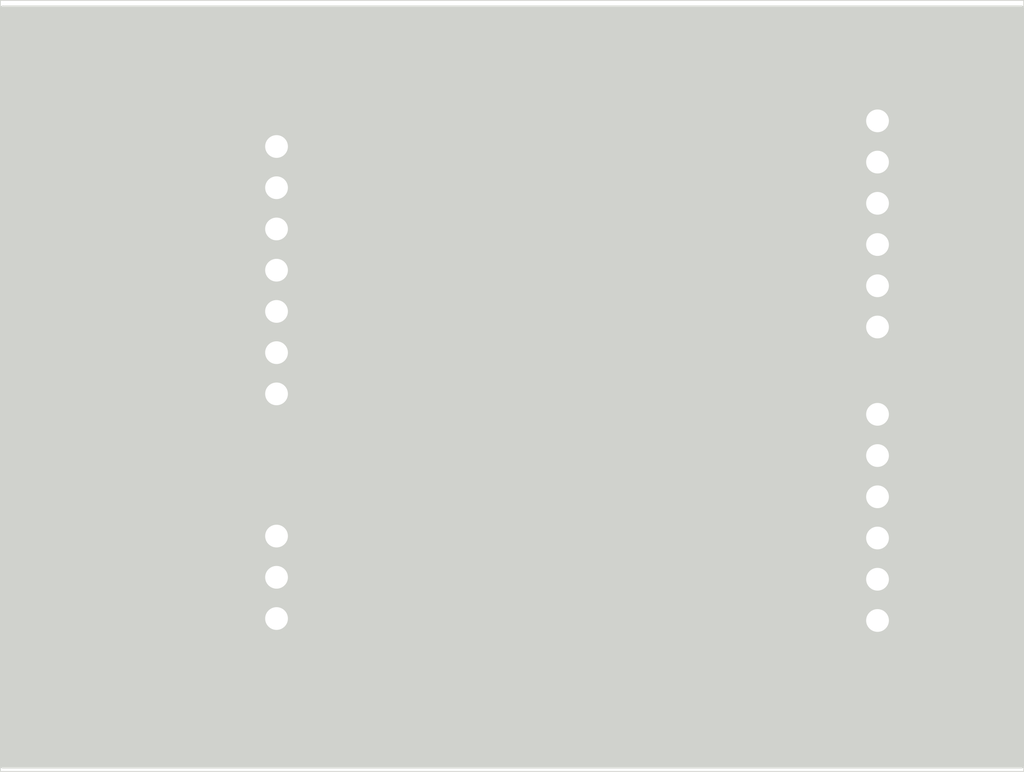
<source format=kicad_pcb>
(kicad_pcb (version 20241229) (generator "pcbnew") (generator_version "9.0")
  (layers (0 "F.Cu" signal) (2 "B.Cu" signal) (13 "F.Paste" user) (15 "B.Paste" user) (5 "F.SilkS" user "F.Silkscreen") (7 "B.SilkS" user "B.Silkscreen") (1 "F.Mask" user) (3 "B.Mask" user) (25 "Edge.Cuts" user))
  (net 0 "")
  (net 1 "Net-(D1-A)")
  (net 2 "/5V")
  (net 3 "/D9")
  (net 4 "/D8")
  (net 5 "/D7")
  (net 6 "/D10")
  (net 7 "/D0")
  (net 8 "/D2")
  (net 9 "/D5")
  (net 10 "/D6")
  (net 11 "/D3")
  (net 12 "/D1")
  (net 13 "/D4")
  (net 14 "+3V3")
  (net 15 "PWR_GND")
  (footprint "PCM_fab:PinHeader_01x06_P2.54mm_Vertical_THT_D1.4mm" (layer "F.Cu") (at 85 171.2 180)
    (property "Reference" "J3" (at 0 -2.33 0) (layer "F.SilkS"))
    (property "Value" "PinHeader_01x06_P2.54mm_Vertical_THT_D1.4mm" (hide yes))
    (fp_line (start 1.33 1.27) (end 1.33 14.03) (stroke (width 0.12)) (layer "F.SilkS"))
    (fp_line (start -1.33 14.03) (end 1.33 14.03) (stroke (width 0.12)) (layer "F.SilkS"))
    (fp_line (start -1.33 1.27) (end 1.33 1.27) (stroke (width 0.12)) (layer "F.SilkS"))
    (fp_line (start -1.33 1.27) (end -1.33 14.03) (stroke (width 0.12)) (layer "F.SilkS"))
    (fp_line (start -1.33 0) (end -1.33 -1.33) (stroke (width 0.12)) (layer "F.SilkS"))
    (fp_line (start -1.33 -1.33) (end 0 -1.33) (stroke (width 0.12)) (layer "F.SilkS"))
    (pad "1" thru_hole circle (at 0 0 180) (size 2.1 2.1) (drill 1.4) (layers "*.Cu" "*.Mask") (net 5 "/D7"))
    (pad "2" thru_hole circle (at 0 2.54 180) (size 2.1 2.1) (drill 1.4) (layers "*.Cu" "*.Mask") (net 4 "/D8"))
    (pad "3" thru_hole circle (at 0 5.08 180) (size 2.1 2.1) (drill 1.4) (layers "*.Cu" "*.Mask") (net 3 "/D9"))
    (pad "4" thru_hole circle (at 0 7.62 180) (size 2.1 2.1) (drill 1.4) (layers "*.Cu" "*.Mask") (net 6 "/D10"))
    (pad "5" thru_hole circle (at 0 10.16 180) (size 2.1 2.1) (drill 1.4) (layers "*.Cu" "*.Mask") (net 14 "+3V3"))
    (pad "6" thru_hole circle (at 0 12.7 180) (size 2.1 2.1) (drill 1.4) (layers "*.Cu" "*.Mask") (net 14 "+3V3"))
  )
  (footprint "PCM_fab:PinHeader_01x07_P2.54mm_Vertical_THT_D1.4mm" (layer "F.Cu") (at 48 142)
    (property "Reference" "J5" (at 0 -2.33 0) (layer "F.SilkS"))
    (property "Value" "PinHeader_01x07_P2.54mm_Vertical_THT_D1.4mm" (hide yes))
    (fp_line (start -1.33 -1.33) (end 0 -1.33) (stroke (width 0.12)) (layer "F.SilkS"))
    (fp_line (start -1.33 0) (end -1.33 -1.33) (stroke (width 0.12)) (layer "F.SilkS"))
    (fp_line (start -1.33 1.27) (end -1.33 16.57) (stroke (width 0.12)) (layer "F.SilkS"))
    (fp_line (start -1.33 1.27) (end 1.33 1.27) (stroke (width 0.12)) (layer "F.SilkS"))
    (fp_line (start -1.33 16.57) (end 1.33 16.57) (stroke (width 0.12)) (layer "F.SilkS"))
    (fp_line (start 1.33 1.27) (end 1.33 16.57) (stroke (width 0.12)) (layer "F.SilkS"))
    (pad "1" thru_hole circle (at 0 0) (size 2.1 2.1) (drill 1.4) (layers "*.Cu" "*.Mask") (net 7 "/D0"))
    (pad "2" thru_hole circle (at 0 2.54) (size 2.1 2.1) (drill 1.4) (layers "*.Cu" "*.Mask") (net 12 "/D1"))
    (pad "3" thru_hole circle (at 0 5.08) (size 2.1 2.1) (drill 1.4) (layers "*.Cu" "*.Mask") (net 8 "/D2"))
    (pad "4" thru_hole circle (at 0 7.62) (size 2.1 2.1) (drill 1.4) (layers "*.Cu" "*.Mask") (net 11 "/D3"))
    (pad "5" thru_hole circle (at 0 10.16) (size 2.1 2.1) (drill 1.4) (layers "*.Cu" "*.Mask") (net 13 "/D4"))
    (pad "6" thru_hole circle (at 0 12.7) (size 2.1 2.1) (drill 1.4) (layers "*.Cu" "*.Mask") (net 9 "/D5"))
    (pad "7" thru_hole circle (at 0 15.24) (size 2.1 2.1) (drill 1.4) (layers "*.Cu" "*.Mask") (net 10 "/D6"))
  )
  (footprint "PCM_fab:Module_XIAO_Generic_SocketSMD" (layer "F.Cu") (at 66.165 149.29)
    (property "Reference" "M1" (at 0.0025 -2.149 0) (layer "F.SilkS"))
    (property "Value" "Module_XIAO_Generic_SocketSMD")
    (fp_line (start -8.89 -6.35) (end -8.89 -3.81) (stroke (width 0.12)) (layer "F.SilkS"))
    (fp_line (start -8.89 -1.27) (end -8.89 1.27) (stroke (width 0.12)) (layer "F.SilkS"))
    (fp_line (start -8.89 3.81) (end -8.89 6.35) (stroke (width 0.12)) (layer "F.SilkS"))
    (fp_line (start -7.6175 -10.531) (end 7.6225 -10.531) (stroke (width 0.12)) (layer "F.SilkS"))
    (fp_line (start 7.6225 10.551) (end -7.6175 10.551) (stroke (width 0.12)) (layer "F.SilkS"))
    (fp_line (start 8.89 -6.35) (end 8.89 -3.81) (stroke (width 0.12)) (layer "F.SilkS"))
    (fp_line (start 8.89 -1.27) (end 8.89 1.27) (stroke (width 0.12)) (layer "F.SilkS"))
    (fp_line (start 8.89 3.81) (end 8.89 6.35) (stroke (width 0.12)) (layer "F.SilkS"))
    (fp_arc (start -8.8875 -9.261) (mid -8.515526 -10.159026) (end -7.6175 -10.531) (stroke (width 0.12)) (layer "F.SilkS"))
    (fp_arc (start -7.6175 10.551) (mid -8.515526 10.179026) (end -8.8875 9.281) (stroke (width 0.12)) (layer "F.SilkS"))
    (fp_arc (start 7.6225 -10.531) (mid 8.520526 -10.159026) (end 8.8925 -9.261) (stroke (width 0.12)) (layer "F.SilkS"))
    (fp_arc (start 8.8925 9.281) (mid 8.520526 10.179026) (end 7.6225 10.551) (stroke (width 0.12)) (layer "F.SilkS"))
    (pad "1" smd rect (at -9.27 -7.62) (size 2 1) (layers "F.Cu" "F.Mask" "F.Paste") (net 7 "/D0"))
    (pad "2" smd rect (at -5.97 -5.08) (size 2 1) (layers "F.Cu" "F.Mask" "F.Paste") (net 12 "/D1"))
    (pad "3" smd rect (at -9.27 -2.54) (size 2 1) (layers "F.Cu" "F.Mask" "F.Paste") (net 8 "/D2"))
    (pad "4" smd rect (at -5.97 0) (size 2 1) (layers "F.Cu" "F.Mask" "F.Paste") (net 11 "/D3"))
    (pad "5" smd rect (at -9.27 2.54) (size 2 1) (layers "F.Cu" "F.Mask" "F.Paste") (net 13 "/D4"))
    (pad "6" smd rect (at -5.97 5.08) (size 2 1) (layers "F.Cu" "F.Mask" "F.Paste") (net 9 "/D5"))
    (pad "7" smd rect (at -9.27 7.62) (size 2 1) (layers "F.Cu" "F.Mask" "F.Paste") (net 10 "/D6"))
    (pad "8" smd rect (at 9.27 7.62) (size 2 1) (layers "F.Cu" "F.Mask" "F.Paste") (net 5 "/D7"))
    (pad "9" smd rect (at 5.97 5.08) (size 2 1) (layers "F.Cu" "F.Mask" "F.Paste") (net 4 "/D8"))
    (pad "10" smd rect (at 9.27 2.54) (size 2 1) (layers "F.Cu" "F.Mask" "F.Paste") (net 3 "/D9"))
    (pad "11" smd rect (at 5.97 0) (size 2 1) (layers "F.Cu" "F.Mask" "F.Paste") (net 6 "/D10"))
    (pad "12" smd rect (at 9.27 -2.54) (size 2 1) (layers "F.Cu" "F.Mask" "F.Paste") (net 14 "+3V3"))
    (pad "13" smd rect (at 5.97 -5.08) (size 2 1) (layers "F.Cu" "F.Mask" "F.Paste") (net 15 "PWR_GND"))
    (pad "14" smd rect (at 9.27 -7.62) (size 2 1) (layers "F.Cu" "F.Mask" "F.Paste") (net 2 "/5V"))
  )
  (footprint "PCM_fab:R_1206" (layer "F.Cu") (at 62 164)
    (property "Reference" "R2" (at 0 -1.85 0) (layer "F.SilkS"))
    (property "Value" "R_1206")
    (fp_line (start -1 -1.07) (end 1 -1.07) (stroke (width 0.12)) (layer "F.SilkS"))
    (fp_line (start 1 1.07) (end -1 1.07) (stroke (width 0.12)) (layer "F.SilkS"))
    (pad "1" smd rect (at -1.5 0) (size 1.2 1.6) (layers "F.Cu" "F.Mask" "F.Paste") (net 11 "/D3"))
    (pad "2" smd rect (at 1.5 0) (size 1.2 1.6) (layers "F.Cu" "F.Mask" "F.Paste") (net 1 "Net-(D1-A)"))
  )
  (footprint "PCM_fab:PinHeader_01x03_P2.54mm_Vertical_THT_D1.4mm" (layer "F.Cu") (at 48 166)
    (property "Reference" "J6" (at 0 -2.33 0) (layer "F.SilkS"))
    (property "Value" "PinHeader_01x03_P2.54mm_Vertical_THT_D1.4mm" (hide yes))
    (fp_line (start -1.27 -1.27) (end -1.27 6.35) (stroke (width 0.12)) (layer "F.SilkS"))
    (fp_line (start -1.27 -1.27) (end 1.27 -1.27) (stroke (width 0.12)) (layer "F.SilkS"))
    (fp_line (start -1.27 6.35) (end 1.27 6.35) (stroke (width 0.12)) (layer "F.SilkS"))
    (fp_line (start 1.27 -1.27) (end 1.27 6.35) (stroke (width 0.12)) (layer "F.SilkS"))
    (pad "1" thru_hole circle (at 0 0) (size 2.1 2.1) (drill 1.4) (layers "*.Cu" "*.Mask") (net 15 "PWR_GND"))
    (pad "2" thru_hole circle (at 0 2.54) (size 2.1 2.1) (drill 1.4) (layers "*.Cu" "*.Mask") (net 15 "PWR_GND"))
    (pad "3" thru_hole circle (at 0 5.08) (size 2.1 2.1) (drill 1.4) (layers "*.Cu" "*.Mask") (net 14 "+3V3"))
  )
  (footprint "PCM_fab:Button_Omron_B3SN_6.0x6.0mm" (layer "F.Cu") (at 38.5 140 180)
    (property "Reference" "SW1" (at 0 -4 0) (layer "F.SilkS"))
    (property "Value" "Switch_Tactile_Omron" (hide yes))
    (fp_line (start 3.15 3.15) (end -3.15 3.15) (stroke (width 0.12)) (layer "F.SilkS"))
    (fp_line (start 3.15 -1) (end 3.15 1) (stroke (width 0.12)) (layer "F.SilkS"))
    (fp_line (start -3.15 1) (end -3.15 -1) (stroke (width 0.12)) (layer "F.SilkS"))
    (fp_line (start -3.15 -3.15) (end 3.15 -3.15) (stroke (width 0.12)) (layer "F.SilkS"))
    (pad "1" smd rect (at -3.5 -2 180) (size 2.5 1.5) (layers "F.Cu" "F.Mask" "F.Paste") (net 7 "/D0"))
    (pad "1" smd rect (at 3.5 -2 180) (size 2.5 1.5) (layers "F.Cu" "F.Mask" "F.Paste") (net 7 "/D0"))
    (pad "2" smd rect (at -3.5 2 180) (size 2.5 1.5) (layers "F.Cu" "F.Mask" "F.Paste") (net 15 "PWR_GND"))
    (pad "2" smd rect (at 3.5 2 180) (size 2.5 1.5) (layers "F.Cu" "F.Mask" "F.Paste") (net 15 "PWR_GND"))
  )
  (footprint "PCM_fab:PinHeader_01x06_P2.54mm_Vertical_THT_D1.4mm" (layer "F.Cu") (at 85 140.42)
    (property "Reference" "J2" (at 0 -1.96 0) (layer "F.SilkS"))
    (property "Value" "PinHeader_01x06_P2.54mm_Vertical_THT_D1.4mm" (hide yes))
    (fp_line (start -1.33 -1.33) (end 0 -1.33) (stroke (width 0.12)) (layer "F.SilkS"))
    (fp_line (start -1.33 0) (end -1.33 -1.33) (stroke (width 0.12)) (layer "F.SilkS"))
    (fp_line (start -1.33 1.27) (end -1.33 14.03) (stroke (width 0.12)) (layer "F.SilkS"))
    (fp_line (start -1.33 1.27) (end 1.33 1.27) (stroke (width 0.12)) (layer "F.SilkS"))
    (fp_line (start -1.33 14.03) (end 1.33 14.03) (stroke (width 0.12)) (layer "F.SilkS"))
    (fp_line (start 1.33 1.27) (end 1.33 14.03) (stroke (width 0.12)) (layer "F.SilkS"))
    (pad "1" thru_hole circle (at 0 0) (size 2.1 2.1) (drill 1.4) (layers "*.Cu" "*.Mask") (net 2 "/5V"))
    (pad "2" thru_hole circle (at 0 2.54) (size 2.1 2.1) (drill 1.4) (layers "*.Cu" "*.Mask") (net 2 "/5V"))
    (pad "3" thru_hole circle (at 0 5.08) (size 2.1 2.1) (drill 1.4) (layers "*.Cu" "*.Mask") (net 15 "PWR_GND"))
    (pad "4" thru_hole circle (at 0 7.62) (size 2.1 2.1) (drill 1.4) (layers "*.Cu" "*.Mask") (net 15 "PWR_GND"))
    (pad "5" thru_hole circle (at 0 10.16) (size 2.1 2.1) (drill 1.4) (layers "*.Cu" "*.Mask") (net 15 "PWR_GND"))
    (pad "6" thru_hole circle (at 0 12.7) (size 2.1 2.1) (drill 1.4) (layers "*.Cu" "*.Mask") (net 14 "+3V3"))
  )
  (footprint "PCM_fab:LED_1206" (layer "F.Cu") (at 69.2 164 180)
    (property "Reference" "D1" (at 0 -1.85 0) (layer "F.SilkS"))
    (property "Value" "LED_1206")
    (fp_line (start -1.1 1) (end 1.1 1) (stroke (width 0.12)) (layer "F.SilkS"))
    (fp_line (start -1.1 -0.95) (end 1.1 -0.95) (stroke (width 0.12)) (layer "F.SilkS"))
    (pad "1" smd rect (at -1.7 0 180) (size 1.4 1.7) (layers "F.Cu" "F.Mask" "F.Paste") (net 15 "PWR_GND"))
    (pad "2" smd rect (at 1.7 0 180) (size 1.4 1.7) (layers "F.Cu" "F.Mask" "F.Paste") (net 1 "Net-(D1-A)"))
  )
  (gr_rect (start 31 133) (end 94 180.5) (stroke (width 0.05)) (fill no) (layer "Edge.Cuts"))
  (segment (start 67.5 164) (end 63.5 164) (width 0.4) (layer "F.Cu") (net 1))
  (segment (start 75.435 141.67) (end 81.83 141.67) (width 1) (layer "F.Cu") (net 2))
  (segment (start 81.83 141.67) (end 82 141.5) (width 1) (layer "F.Cu") (net 2))
  (segment (start 82 141.5) (end 83.46 142.96) (width 1) (layer "F.Cu") (net 2))
  (segment (start 82 141.5) (end 83.08 140.42) (width 1) (layer "F.Cu") (net 2))
  (segment (start 83.46 142.96) (end 85 142.96) (width 1) (layer "F.Cu") (net 2))
  (segment (start 83.08 140.42) (end 85 140.42) (width 1) (layer "F.Cu") (net 2))
  (segment (start 83.62 166.12) (end 80 162.5) (width 0.4) (layer "F.Cu") (net 3))
  (segment (start 75.83 151.83) (end 75.435 151.83) (width 0.4) (layer "F.Cu") (net 3))
  (segment (start 80 156) (end 75.83 151.83) (width 0.4) (layer "F.Cu") (net 3))
  (segment (start 85 166.12) (end 83.62 166.12) (width 0.4) (layer "F.Cu") (net 3))
  (segment (start 80 162.5) (end 80 156) (width 0.4) (layer "F.Cu") (net 3))
  (segment (start 78 163) (end 83.66 168.66) (width 0.4) (layer "F.Cu") (net 4))
  (segment (start 83.66 168.66) (end 85 168.66) (width 0.4) (layer "F.Cu") (net 4))
  (segment (start 72.135 154.37) (end 75.87 154.37) (width 0.4) (layer "F.Cu") (net 4))
  (segment (start 78 156.5) (end 78 163) (width 0.4) (layer "F.Cu") (net 4))
  (segment (start 75.87 154.37) (end 78 156.5) (width 0.4) (layer "F.Cu") (net 4))
  (segment (start 75.435 156.91) (end 75.435 163.435) (width 0.4) (layer "F.Cu") (net 5))
  (segment (start 83.2 171.2) (end 85 171.2) (width 0.4) (layer "F.Cu") (net 5))
  (segment (start 75.435 163.435) (end 83.2 171.2) (width 0.4) (layer "F.Cu") (net 5))
  (segment (start 82 161.5) (end 82 154.5) (width 0.4) (layer "F.Cu") (net 6))
  (segment (start 85 163.58) (end 84.08 163.58) (width 0.4) (layer "F.Cu") (net 6))
  (segment (start 76.79 149.29) (end 72.135 149.29) (width 0.4) (layer "F.Cu") (net 6))
  (segment (start 82 154.5) (end 76.79 149.29) (width 0.4) (layer "F.Cu") (net 6))
  (segment (start 84.08 163.58) (end 82 161.5) (width 0.4) (layer "F.Cu") (net 6))
  (segment (start 48 142) (end 42 142) (width 0.4) (layer "F.Cu") (net 7))
  (segment (start 48.33 141.67) (end 48 142) (width 0.4) (layer "F.Cu") (net 7))
  (segment (start 56.895 141.67) (end 48.33 141.67) (width 0.4) (layer "F.Cu") (net 7))
  (segment (start 35 142) (end 35.399 142) (width 0.2) (layer "F.Cu") (net 7))
  (segment (start 56.605 141.96) (end 56.895 141.67) (width 0.4) (layer "F.Cu") (net 7))
  (segment (start 56.895 146.75) (end 48.33 146.75) (width 0.4) (layer "F.Cu") (net 8))
  (segment (start 56.605 147.04) (end 56.895 146.75) (width 0.4) (layer "F.Cu") (net 8))
  (segment (start 48.33 146.75) (end 48 147.08) (width 0.4) (layer "F.Cu") (net 8))
  (segment (start 48.33 154.37) (end 48 154.7) (width 0.4) (layer "F.Cu") (net 9))
  (segment (start 59.905 154.66) (end 60.195 154.37) (width 0.4) (layer "F.Cu") (net 9))
  (segment (start 60.195 154.37) (end 48.33 154.37) (width 0.4) (layer "F.Cu") (net 9))
  (segment (start 48.33 156.91) (end 48 157.24) (width 0.4) (layer "F.Cu") (net 10))
  (segment (start 56.605 157.2) (end 56.895 156.91) (width 0.4) (layer "F.Cu") (net 10))
  (segment (start 56.895 156.91) (end 48.33 156.91) (width 0.4) (layer "F.Cu") (net 10))
  (segment (start 59.905 149.58) (end 60.195 149.29) (width 0.4) (layer "F.Cu") (net 11))
  (segment (start 63 151.5) (end 63 157.5) (width 0.4) (layer "F.Cu") (net 11))
  (segment (start 59.21 149.29) (end 58.88 149.62) (width 0.4) (layer "F.Cu") (net 11))
  (segment (start 61 164) (end 60.5 164) (width 0.4) (layer "F.Cu") (net 11))
  (segment (start 60.5 164) (end 60.5 160) (width 0.4) (layer "F.Cu") (net 11))
  (segment (start 60.195 149.29) (end 59.21 149.29) (width 0.4) (layer "F.Cu") (net 11))
  (segment (start 60.195 149.29) (end 60.79 149.29) (width 0.4) (layer "F.Cu") (net 11))
  (segment (start 60.79 149.29) (end 63 151.5) (width 0.4) (layer "F.Cu") (net 11))
  (segment (start 60.5 160) (end 63 157.5) (width 0.4) (layer "F.Cu") (net 11))
  (segment (start 58.88 149.62) (end 48 149.62) (width 0.4) (layer "F.Cu") (net 11))
  (segment (start 59.29 144.21) (end 58.96 144.54) (width 0.4) (layer "F.Cu") (net 12))
  (segment (start 58.96 144.54) (end 48 144.54) (width 0.4) (layer "F.Cu") (net 12))
  (segment (start 60.195 144.21) (end 59.29 144.21) (width 0.4) (layer "F.Cu") (net 12))
  (segment (start 59.905 144.5) (end 60.195 144.21) (width 0.4) (layer "F.Cu") (net 12))
  (segment (start 48.33 151.83) (end 48 152.16) (width 0.4) (layer "F.Cu") (net 13))
  (segment (start 56.895 151.83) (end 48.33 151.83) (width 0.4) (layer "F.Cu") (net 13))
  (segment (start 56.605 152.12) (end 56.895 151.83) (width 0.4) (layer "F.Cu") (net 13))
  (segment (start 87 175) (end 89 173) (width 1) (layer "F.Cu") (net 14))
  (segment (start 87.88 156) (end 85 153.12) (width 1) (layer "F.Cu") (net 14))
  (segment (start 85 158.5) (end 85 161.04) (width 1) (layer "F.Cu") (net 14))
  (segment (start 89 173) (end 89 157.12) (width 1) (layer "F.Cu") (net 14))
  (segment (start 83 175) (end 87 175) (width 1) (layer "F.Cu") (net 14))
  (segment (start 79.12 171.12) (end 83 175) (width 1) (layer "F.Cu") (net 14))
  (segment (start 72.42 171.08) (end 72.46 171.12) (width 1) (layer "F.Cu") (net 14))
  (segment (start 72.46 171.12) (end 79.12 171.12) (width 1) (layer "F.Cu") (net 14))
  (segment (start 48 171.08) (end 72.42 171.08) (width 1) (layer "F.Cu") (net 14))
  (segment (start 89 157.12) (end 87.88 156) (width 1) (layer "F.Cu") (net 14))
  (segment (start 85 153.12) (end 84.12 153.12) (width 1) (layer "F.Cu") (net 14))
  (segment (start 84.12 153.12) (end 77.75 146.75) (width 1) (layer "F.Cu") (net 14))
  (segment (start 87.5 156) (end 85 158.5) (width 1) (layer "F.Cu") (net 14))
  (segment (start 87.88 156) (end 87.5 156) (width 1) (layer "F.Cu") (net 14))
  (segment (start 77.75 146.75) (end 75.435 146.75) (width 1) (layer "F.Cu") (net 14))
  (segment (start 66.5 143) (end 61.5 138) (width 1) (layer "F.Cu") (net 15))
  (segment (start 70.9 165.6) (end 68.5 168) (width 1) (layer "F.Cu") (net 15))
  (segment (start 81.71 144.21) (end 83 145.5) (width 1) (layer "F.Cu") (net 15))
  (segment (start 85 148.04) (end 85 150.58) (width 1) (layer "F.Cu") (net 15))
  (segment (start 85 145.5) (end 85 148.04) (width 1) (layer "F.Cu") (net 15))
  (segment (start 68.5 168) (end 58.5 168) (width 1) (layer "F.Cu") (net 15))
  (segment (start 61.5 138) (end 42 138) (width 1) (layer "F.Cu") (net 15))
  (segment (start 69.29 144.21) (end 72.135 144.21) (width 1) (layer "F.Cu") (net 15))
  (segment (start 48 168.54) (end 48 166) (width 1) (layer "F.Cu") (net 15))
  (segment (start 72.135 144.21) (end 81.71 144.21) (width 1) (layer "F.Cu") (net 15))
  (segment (start 66.5 147) (end 69.29 144.21) (width 1) (layer "F.Cu") (net 15))
  (segment (start 35 138) (end 35.399 138) (width 0.2) (layer "F.Cu") (net 15))
  (segment (start 83 145.5) (end 85 145.5) (width 1) (layer "F.Cu") (net 15))
  (segment (start 70.9 164) (end 70.9 165.6) (width 1) (layer "F.Cu") (net 15))
  (segment (start 56.5 166) (end 58.5 168) (width 1) (layer "F.Cu") (net 15))
  (segment (start 66.5 157.5) (end 66.5 147) (width 1) (layer "F.Cu") (net 15))
  (segment (start 70.9 161.9) (end 66.5 157.5) (width 1) (layer "F.Cu") (net 15))
  (segment (start 66.5 147) (end 66.5 143) (width 1) (layer "F.Cu") (net 15))
  (segment (start 48 166) (end 56.5 166) (width 1) (layer "F.Cu") (net 15))
  (segment (start 70.9 164) (end 70.9 161.9) (width 1) (layer "F.Cu") (net 15))
  (zone (net 0) (net_name "") (layer "Edge.Cuts") (connect_pads (clearance 0.5)) (min_thickness 0.25) (fill yes (thermal_gap 0.5) (thermal_bridge_width 0.5))
    (polygon (pts (xy 31 133.315865) (xy 31 180.315865) (xy 94 180.315865) (xy 94 133.315865)))
  )
)
</source>
